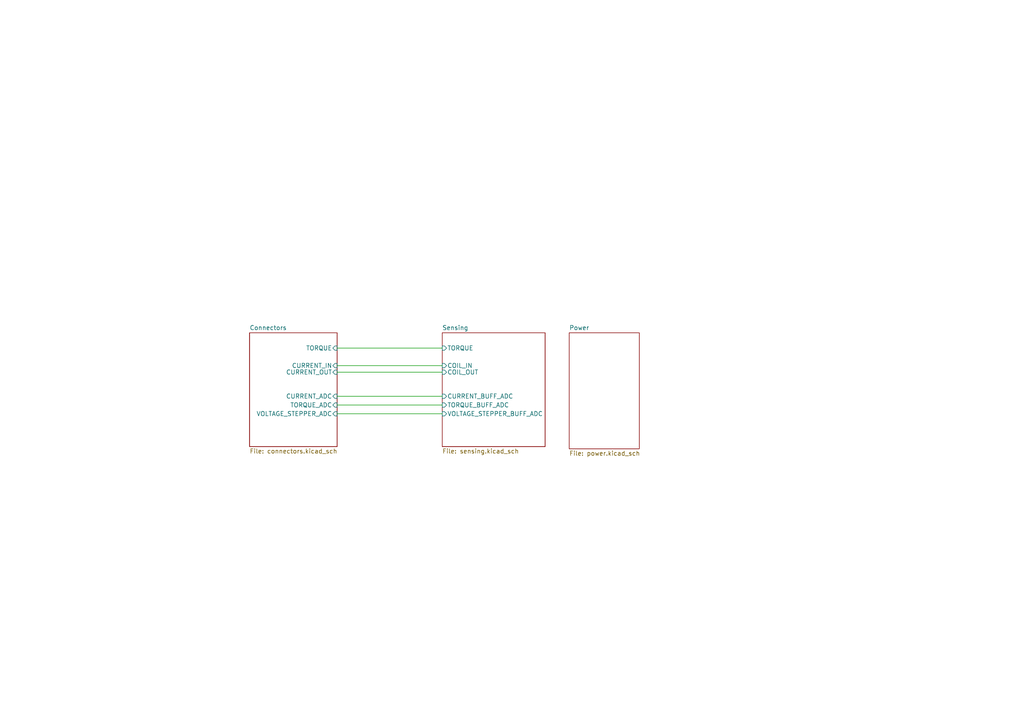
<source format=kicad_sch>
(kicad_sch (version 20211123) (generator eeschema)
  (paper "A4")
  (lib_symbols)
  (wire (pts (xy 97.79 106.045) (xy 128.27 106.045)))
  (wire (pts (xy 97.79 114.935) (xy 128.27 114.935)))
  (wire (pts (xy 97.79 120.015) (xy 128.27 120.015)))
  (wire (pts (xy 97.79 100.965) (xy 128.27 100.965)))
  (wire (pts (xy 97.79 107.95) (xy 128.27 107.95)))
  (wire (pts (xy 97.79 117.475) (xy 128.27 117.475)))
  (sheet (at 165.1 96.52) (size 20.32 33.655) (stroke (width 0.1524))
    (property "Sheet name" "Power" (at 165.1 95.8084 0) (effects (justify left bottom)))
    (property "Sheet file" "power.kicad_sch" (at 165.1 130.7596 0) (effects (justify left top)))
  )
  (sheet (at 72.39 96.52) (size 25.4 33.02) (stroke (width 0.1524))
    (property "Sheet name" "Connectors" (at 72.39 95.8084 0) (effects (justify left bottom)))
    (property "Sheet file" "connectors.kicad_sch" (at 72.39 130.1246 0) (effects (justify left top)))
    (pin "TORQUE" input (at 97.79 100.965 0))
    (pin "CURRENT_IN" input (at 97.79 106.045 0))
    (pin "CURRENT_OUT" input (at 97.79 107.95 0))
    (pin "CURRENT_ADC" input (at 97.79 114.935 0))
    (pin "TORQUE_ADC" input (at 97.79 117.475 0))
    (pin "VOLTAGE_STEPPER_ADC" input (at 97.79 120.015 0))
  )
  (sheet (at 128.27 96.52) (size 29.845 33.02) (stroke (width 0.1524))
    (property "Sheet name" "Sensing" (at 128.27 95.8084 0) (effects (justify left bottom)))
    (property "Sheet file" "sensing.kicad_sch" (at 128.27 130.1246 0) (effects (justify left top)))
    (pin "TORQUE_BUFF_ADC" input (at 128.27 117.475 180))
    (pin "TORQUE" input (at 128.27 100.965 180))
    (pin "COIL_IN" input (at 128.27 106.045 180))
    (pin "CURRENT_BUFF_ADC" input (at 128.27 114.935 180))
    (pin "COIL_OUT" input (at 128.27 107.95 180))
    (pin "VOLTAGE_STEPPER_BUFF_ADC" input (at 128.27 120.015 180))
  )
)
</source>
